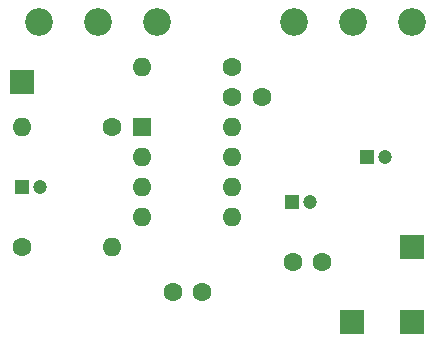
<source format=gbr>
%TF.GenerationSoftware,KiCad,Pcbnew,(5.1.9)-1*%
%TF.CreationDate,2021-02-01T17:32:41+02:00*%
%TF.ProjectId,colour_box,636f6c6f-7572-45f6-926f-782e6b696361,rev?*%
%TF.SameCoordinates,Original*%
%TF.FileFunction,Soldermask,Bot*%
%TF.FilePolarity,Negative*%
%FSLAX46Y46*%
G04 Gerber Fmt 4.6, Leading zero omitted, Abs format (unit mm)*
G04 Created by KiCad (PCBNEW (5.1.9)-1) date 2021-02-01 17:32:41*
%MOMM*%
%LPD*%
G01*
G04 APERTURE LIST*
%ADD10R,2.000000X2.000000*%
%ADD11O,1.600000X1.600000*%
%ADD12R,1.600000X1.600000*%
%ADD13C,2.340000*%
%ADD14C,1.600000*%
%ADD15C,1.200000*%
%ADD16R,1.200000X1.200000*%
G04 APERTURE END LIST*
D10*
%TO.C,Input*%
X111760000Y-81280000D03*
%TD*%
%TO.C,Output*%
X144780000Y-95250000D03*
%TD*%
%TO.C,GND*%
X144780000Y-101600000D03*
%TD*%
%TO.C,+9V*%
X139700000Y-101600000D03*
%TD*%
D11*
%TO.C,U1*%
X129540000Y-85090000D03*
X121920000Y-92710000D03*
X129540000Y-87630000D03*
X121920000Y-90170000D03*
X129540000Y-90170000D03*
X121920000Y-87630000D03*
X129540000Y-92710000D03*
D12*
X121920000Y-85090000D03*
%TD*%
D13*
%TO.C,100k Volume*%
X144780000Y-76200000D03*
X139780000Y-76200000D03*
X134780000Y-76200000D03*
%TD*%
%TO.C,220k Colour*%
X123190000Y-76200000D03*
X118190000Y-76200000D03*
X113190000Y-76200000D03*
%TD*%
D11*
%TO.C,R3*%
X121920000Y-80010000D03*
D14*
X129540000Y-80010000D03*
%TD*%
D11*
%TO.C,R2*%
X119380000Y-95250000D03*
D14*
X111760000Y-95250000D03*
%TD*%
D11*
%TO.C,R1*%
X111760000Y-85090000D03*
D14*
X119380000Y-85090000D03*
%TD*%
D15*
%TO.C,C6*%
X142470000Y-87630000D03*
D16*
X140970000Y-87630000D03*
%TD*%
D14*
%TO.C,C5*%
X134660000Y-96520000D03*
X137160000Y-96520000D03*
%TD*%
D15*
%TO.C,C4*%
X136120000Y-91440000D03*
D16*
X134620000Y-91440000D03*
%TD*%
D14*
%TO.C,C3*%
X132040000Y-82550000D03*
X129540000Y-82550000D03*
%TD*%
%TO.C,C2*%
X124500000Y-99060000D03*
X127000000Y-99060000D03*
%TD*%
D15*
%TO.C,C1*%
X113260000Y-90170000D03*
D16*
X111760000Y-90170000D03*
%TD*%
M02*

</source>
